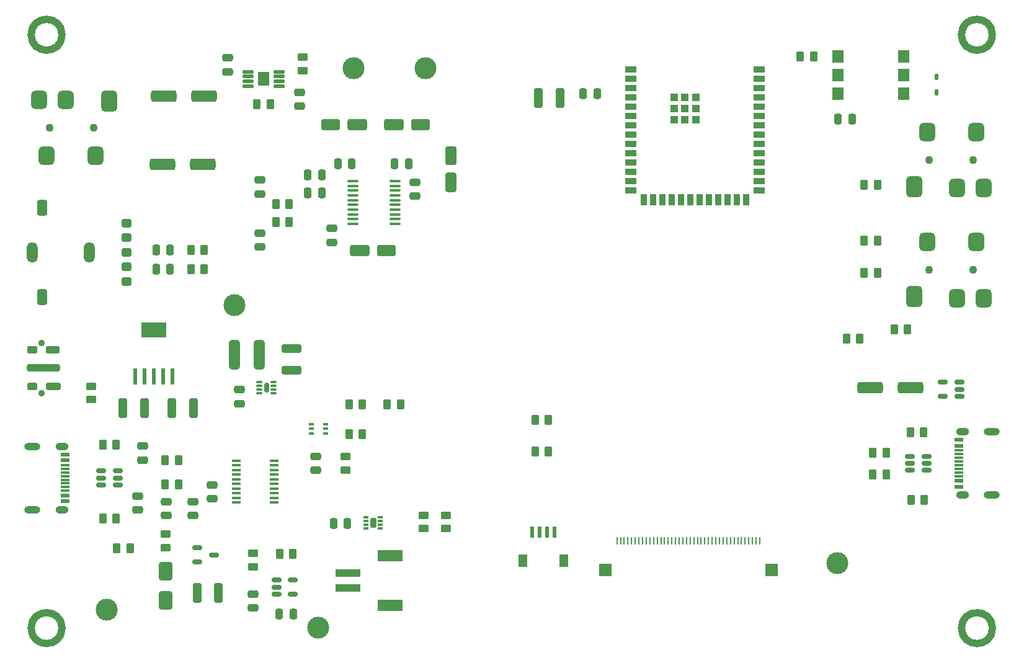
<source format=gts>
G04 #@! TF.GenerationSoftware,KiCad,Pcbnew,7.0.6*
G04 #@! TF.CreationDate,2023-09-04T15:44:28-07:00*
G04 #@! TF.ProjectId,tulipcc,74756c69-7063-4632-9e6b-696361645f70,rev?*
G04 #@! TF.SameCoordinates,Original*
G04 #@! TF.FileFunction,Soldermask,Top*
G04 #@! TF.FilePolarity,Negative*
%FSLAX46Y46*%
G04 Gerber Fmt 4.6, Leading zero omitted, Abs format (unit mm)*
G04 Created by KiCad (PCBNEW 7.0.6) date 2023-09-04 15:44:28*
%MOMM*%
%LPD*%
G01*
G04 APERTURE LIST*
G04 Aperture macros list*
%AMRoundRect*
0 Rectangle with rounded corners*
0 $1 Rounding radius*
0 $2 $3 $4 $5 $6 $7 $8 $9 X,Y pos of 4 corners*
0 Add a 4 corners polygon primitive as box body*
4,1,4,$2,$3,$4,$5,$6,$7,$8,$9,$2,$3,0*
0 Add four circle primitives for the rounded corners*
1,1,$1+$1,$2,$3*
1,1,$1+$1,$4,$5*
1,1,$1+$1,$6,$7*
1,1,$1+$1,$8,$9*
0 Add four rect primitives between the rounded corners*
20,1,$1+$1,$2,$3,$4,$5,0*
20,1,$1+$1,$4,$5,$6,$7,0*
20,1,$1+$1,$6,$7,$8,$9,0*
20,1,$1+$1,$8,$9,$2,$3,0*%
G04 Aperture macros list end*
%ADD10C,1.000000*%
%ADD11RoundRect,0.250000X0.450000X-0.262500X0.450000X0.262500X-0.450000X0.262500X-0.450000X-0.262500X0*%
%ADD12C,0.900000*%
%ADD13RoundRect,0.250000X-0.450000X0.250000X-0.450000X-0.250000X0.450000X-0.250000X0.450000X0.250000X0*%
%ADD14RoundRect,0.250000X-0.700000X0.250000X-0.700000X-0.250000X0.700000X-0.250000X0.700000X0.250000X0*%
%ADD15RoundRect,0.250000X-2.000000X0.250000X-2.000000X-0.250000X2.000000X-0.250000X2.000000X0.250000X0*%
%ADD16RoundRect,0.250000X-0.750000X0.250000X-0.750000X-0.250000X0.750000X-0.250000X0.750000X0.250000X0*%
%ADD17RoundRect,0.250000X0.250000X0.475000X-0.250000X0.475000X-0.250000X-0.475000X0.250000X-0.475000X0*%
%ADD18RoundRect,0.250000X0.475000X-0.250000X0.475000X0.250000X-0.475000X0.250000X-0.475000X-0.250000X0*%
%ADD19RoundRect,0.250000X-0.250000X-0.475000X0.250000X-0.475000X0.250000X0.475000X-0.250000X0.475000X0*%
%ADD20RoundRect,0.250000X-0.475000X0.250000X-0.475000X-0.250000X0.475000X-0.250000X0.475000X0.250000X0*%
%ADD21RoundRect,0.250000X0.262500X0.450000X-0.262500X0.450000X-0.262500X-0.450000X0.262500X-0.450000X0*%
%ADD22RoundRect,0.350000X0.350000X-0.750000X0.350000X0.750000X-0.350000X0.750000X-0.350000X-0.750000X0*%
%ADD23O,1.500000X2.800000*%
%ADD24RoundRect,0.300000X0.400000X-0.300000X0.400000X0.300000X-0.400000X0.300000X-0.400000X-0.300000X0*%
%ADD25RoundRect,0.150000X0.512500X0.150000X-0.512500X0.150000X-0.512500X-0.150000X0.512500X-0.150000X0*%
%ADD26RoundRect,0.375000X0.375000X-1.625000X0.375000X1.625000X-0.375000X1.625000X-0.375000X-1.625000X0*%
%ADD27RoundRect,0.400000X-1.350000X-0.400000X1.350000X-0.400000X1.350000X0.400000X-1.350000X0.400000X0*%
%ADD28C,3.000000*%
%ADD29RoundRect,0.250000X0.325000X1.100000X-0.325000X1.100000X-0.325000X-1.100000X0.325000X-1.100000X0*%
%ADD30RoundRect,0.550000X-0.550000X-0.900000X0.550000X-0.900000X0.550000X0.900000X-0.550000X0.900000X0*%
%ADD31RoundRect,0.550000X-0.550000X-0.700000X0.550000X-0.700000X0.550000X0.700000X-0.550000X0.700000X0*%
%ADD32C,1.100000*%
%ADD33RoundRect,0.250000X-1.100000X0.325000X-1.100000X-0.325000X1.100000X-0.325000X1.100000X0.325000X0*%
%ADD34RoundRect,0.400000X-0.900000X-0.400000X0.900000X-0.400000X0.900000X0.400000X-0.900000X0.400000X0*%
%ADD35RoundRect,0.400000X-0.950000X-0.400000X0.950000X-0.400000X0.950000X0.400000X-0.950000X0.400000X0*%
%ADD36RoundRect,0.250000X-0.325000X-1.100000X0.325000X-1.100000X0.325000X1.100000X-0.325000X1.100000X0*%
%ADD37R,1.700000X1.700000*%
%ADD38R,0.250000X1.100000*%
%ADD39RoundRect,0.250000X-0.262500X-0.450000X0.262500X-0.450000X0.262500X0.450000X-0.262500X0.450000X0*%
%ADD40RoundRect,0.125000X-0.600000X-0.125000X0.600000X-0.125000X0.600000X0.125000X-0.600000X0.125000X0*%
%ADD41R,1.570000X1.890000*%
%ADD42R,1.500000X0.900000*%
%ADD43R,0.900000X1.500000*%
%ADD44R,1.000000X1.000000*%
%ADD45RoundRect,0.150000X-0.512500X-0.150000X0.512500X-0.150000X0.512500X0.150000X-0.512500X0.150000X0*%
%ADD46R,3.500000X1.000000*%
%ADD47R,3.400000X1.500000*%
%ADD48O,2.200000X1.000000*%
%ADD49O,1.800000X1.000000*%
%ADD50R,1.240000X0.600000*%
%ADD51R,1.240000X0.300000*%
%ADD52RoundRect,0.400000X0.900000X0.400000X-0.900000X0.400000X-0.900000X-0.400000X0.900000X-0.400000X0*%
%ADD53RoundRect,0.400000X0.950000X0.400000X-0.950000X0.400000X-0.950000X-0.400000X0.950000X-0.400000X0*%
%ADD54RoundRect,0.250000X-0.450000X0.262500X-0.450000X-0.262500X0.450000X-0.262500X0.450000X0.262500X0*%
%ADD55RoundRect,0.075000X-0.325000X-0.075000X0.325000X-0.075000X0.325000X0.075000X-0.325000X0.075000X0*%
%ADD56RoundRect,0.175000X-0.175000X-0.475000X0.175000X-0.475000X0.175000X0.475000X-0.175000X0.475000X0*%
%ADD57R,0.650000X0.400000*%
%ADD58R,1.219200X1.803400*%
%ADD59R,0.609600X1.549400*%
%ADD60RoundRect,0.400000X-0.400000X0.900000X-0.400000X-0.900000X0.400000X-0.900000X0.400000X0.900000X0*%
%ADD61RoundRect,0.400000X-0.400000X0.950000X-0.400000X-0.950000X0.400000X-0.950000X0.400000X0.950000X0*%
%ADD62RoundRect,0.075000X-0.275000X-0.075000X0.275000X-0.075000X0.275000X0.075000X-0.275000X0.075000X0*%
%ADD63RoundRect,0.200000X-0.200000X-0.490000X0.200000X-0.490000X0.200000X0.490000X-0.200000X0.490000X0*%
%ADD64R,1.200000X0.400000*%
%ADD65R,1.520000X1.780000*%
%ADD66R,3.450000X2.150000*%
%ADD67R,0.600000X2.200000*%
%ADD68RoundRect,0.250000X0.650000X-1.000000X0.650000X1.000000X-0.650000X1.000000X-0.650000X-1.000000X0*%
%ADD69RoundRect,0.100000X-0.637500X-0.100000X0.637500X-0.100000X0.637500X0.100000X-0.637500X0.100000X0*%
%ADD70RoundRect,0.550000X0.550000X0.700000X-0.550000X0.700000X-0.550000X-0.700000X0.550000X-0.700000X0*%
%ADD71RoundRect,0.550000X0.550000X0.900000X-0.550000X0.900000X-0.550000X-0.900000X0.550000X-0.900000X0*%
%ADD72RoundRect,0.112500X0.112500X-0.287500X0.112500X0.287500X-0.112500X0.287500X-0.112500X-0.287500X0*%
G04 APERTURE END LIST*
D10*
X5600000Y3500000D02*
G75*
G03*
X5600000Y3500000I-2109502J0D01*
G01*
X5600000Y84500000D02*
G75*
G03*
X5600000Y84500000I-2109502J0D01*
G01*
X132600000Y84500000D02*
G75*
G03*
X132600000Y84500000I-2109502J0D01*
G01*
X132609502Y3500000D02*
G75*
G03*
X132609502Y3500000I-2109502J0D01*
G01*
D11*
X58000000Y17087500D03*
X58000000Y18912500D03*
D12*
X2800000Y42400000D03*
D13*
X1500000Y41500000D03*
X1500000Y36500000D03*
D12*
X2800000Y35600000D03*
D14*
X4350000Y41500000D03*
D15*
X3050000Y39000000D03*
D16*
X4400000Y36500000D03*
D17*
X35250000Y5400000D03*
X37150000Y5400000D03*
D18*
X28200000Y79450000D03*
X28200000Y81350000D03*
D19*
X52900000Y66900000D03*
X51000000Y66900000D03*
D17*
X78650000Y76500000D03*
X76750000Y76500000D03*
D20*
X29787500Y36037500D03*
X29787500Y34137500D03*
D21*
X72012500Y27600000D03*
X70187500Y27600000D03*
D22*
X2900000Y48700000D03*
D23*
X1500000Y54800000D03*
X9300000Y54800000D03*
D22*
X2900000Y60900000D03*
D24*
X14400000Y50800000D03*
X14400000Y52800000D03*
X14400000Y54800000D03*
X14400000Y56800000D03*
X14400000Y58800000D03*
D25*
X128137500Y35150000D03*
X128137500Y36100000D03*
X128137500Y37050000D03*
X125862500Y37050000D03*
X125862500Y35150000D03*
D26*
X29100000Y40837500D03*
X32500000Y40837500D03*
D11*
X31700000Y13712500D03*
X31700000Y11887500D03*
D21*
X25012500Y55100000D03*
X23187500Y55100000D03*
D27*
X121450000Y36300000D03*
X115950000Y36300000D03*
D18*
X23500000Y18850000D03*
X23500000Y20750000D03*
D28*
X40600000Y3600000D03*
D29*
X20625000Y33500000D03*
X23575000Y33500000D03*
D30*
X12000000Y75450000D03*
D31*
X2500000Y75650000D03*
X6100000Y75650000D03*
X10200000Y67950000D03*
X3500000Y67950000D03*
D32*
X9900000Y71800000D03*
X3900000Y71800000D03*
D33*
X36900000Y41675000D03*
X36900000Y38725000D03*
D25*
X123587500Y25050000D03*
X123587500Y26000000D03*
X123587500Y26950000D03*
X121312500Y26950000D03*
X121312500Y26000000D03*
X121312500Y25050000D03*
D28*
X55200000Y79900000D03*
D21*
X118112500Y27400000D03*
X116287500Y27400000D03*
D20*
X32600000Y57450000D03*
X32600000Y55550000D03*
D34*
X42250000Y72200000D03*
D35*
X45900000Y72200000D03*
D36*
X70625000Y75900000D03*
X73575000Y75900000D03*
D37*
X79750000Y11400000D03*
X102450000Y11400000D03*
D38*
X81350000Y15410000D03*
X81850000Y15410000D03*
X82350000Y15410000D03*
X82850000Y15410000D03*
X83350000Y15410000D03*
X83850000Y15410000D03*
X84350000Y15410000D03*
X84850000Y15410000D03*
X85350000Y15410000D03*
X85850000Y15410000D03*
X86350000Y15410000D03*
X86850000Y15410000D03*
X87350000Y15410000D03*
X87850000Y15410000D03*
X88350000Y15410000D03*
X88850000Y15410000D03*
X89350000Y15410000D03*
X89850000Y15410000D03*
X90350000Y15410000D03*
X90850000Y15410000D03*
X91350000Y15410000D03*
X91850000Y15410000D03*
X92350000Y15410000D03*
X92850000Y15410000D03*
X93350000Y15410000D03*
X93850000Y15410000D03*
X94350000Y15410000D03*
X94850000Y15410000D03*
X95350000Y15410000D03*
X95850000Y15410000D03*
X96350000Y15410000D03*
X96850000Y15410000D03*
X97350000Y15410000D03*
X97850000Y15410000D03*
X98350000Y15410000D03*
X98850000Y15410000D03*
X99350000Y15410000D03*
X99850000Y15410000D03*
X100350000Y15410000D03*
X100850000Y15410000D03*
D39*
X115087500Y64000000D03*
X116912500Y64000000D03*
D40*
X30960000Y79445000D03*
X30960000Y78795000D03*
X30960000Y78145000D03*
X30960000Y77495000D03*
X35260000Y77495000D03*
X35260000Y78145000D03*
X35260000Y78795000D03*
X35260000Y79445000D03*
D41*
X33110000Y78470000D03*
D17*
X41050000Y65400000D03*
X39150000Y65400000D03*
D42*
X83250000Y79760000D03*
X83250000Y78490000D03*
X83250000Y77220000D03*
X83250000Y75950000D03*
X83250000Y74680000D03*
X83250000Y73410000D03*
X83250000Y72140000D03*
X83250000Y70870000D03*
X83250000Y69600000D03*
X83250000Y68330000D03*
X83250000Y67060000D03*
X83250000Y65790000D03*
X83250000Y64520000D03*
X83250000Y63250000D03*
D43*
X85015000Y62000000D03*
X86285000Y62000000D03*
X87555000Y62000000D03*
X88825000Y62000000D03*
X90095000Y62000000D03*
X91365000Y62000000D03*
X92635000Y62000000D03*
X93905000Y62000000D03*
X95175000Y62000000D03*
X96445000Y62000000D03*
X97715000Y62000000D03*
X98985000Y62000000D03*
D42*
X100750000Y63250000D03*
X100750000Y64520000D03*
X100750000Y65790000D03*
X100750000Y67060000D03*
X100750000Y68330000D03*
X100750000Y69600000D03*
X100750000Y70870000D03*
X100750000Y72140000D03*
X100750000Y73410000D03*
X100750000Y74680000D03*
X100750000Y75950000D03*
X100750000Y77220000D03*
X100750000Y78490000D03*
X100750000Y79760000D03*
D44*
X89140000Y75910000D03*
X89140000Y74410000D03*
X89140000Y74410000D03*
X89140000Y72910000D03*
X90640000Y75910000D03*
X90640000Y75910000D03*
X90640000Y74410000D03*
X90640000Y72910000D03*
X92140000Y75910000D03*
X92140000Y74410000D03*
X92140000Y72910000D03*
D45*
X13202000Y24950000D03*
X13202000Y24000000D03*
X13202000Y23050000D03*
X10927000Y23050000D03*
X10927000Y24000000D03*
X10927000Y24950000D03*
D21*
X116912500Y56400000D03*
X115087500Y56400000D03*
D46*
X44650000Y11000000D03*
X44650000Y9000000D03*
D47*
X50400000Y13350000D03*
X50400000Y6650000D03*
D21*
X36612500Y61400000D03*
X34787500Y61400000D03*
D20*
X31700000Y6250000D03*
X31700000Y8150000D03*
D17*
X44550000Y17800000D03*
X42650000Y17800000D03*
D48*
X1564500Y19680000D03*
D49*
X5564500Y19680000D03*
D48*
X1564500Y28320000D03*
D49*
X5564500Y28320000D03*
D50*
X6035500Y27200000D03*
X6035500Y26400000D03*
D51*
X6035500Y25750000D03*
X6035500Y24750000D03*
X6035500Y23250000D03*
X6035500Y22250000D03*
D50*
X6035500Y21600000D03*
X6035500Y20800000D03*
X6035500Y20800000D03*
X6035500Y21600000D03*
D51*
X6035500Y22750000D03*
X6035500Y23750000D03*
X6035500Y24250000D03*
X6035500Y25250000D03*
D50*
X6035500Y26400000D03*
X6035500Y27200000D03*
D52*
X49900000Y55000000D03*
D53*
X46250000Y55000000D03*
D54*
X44300000Y26912500D03*
X44300000Y25087500D03*
D20*
X15900000Y21550000D03*
X15900000Y19650000D03*
D21*
X123212500Y30200000D03*
X121387500Y30200000D03*
D55*
X32512500Y37087500D03*
X32512500Y36587500D03*
X32512500Y36087500D03*
X32512500Y35587500D03*
X34487500Y35587500D03*
X34487500Y36087500D03*
X34487500Y36587500D03*
X34487500Y37087500D03*
D56*
X33500000Y36337500D03*
D39*
X32187500Y75000000D03*
X34012500Y75000000D03*
D27*
X24850000Y66800000D03*
X19350000Y66800000D03*
D45*
X24062500Y14450000D03*
X24062500Y12550000D03*
X26337500Y13500000D03*
D20*
X38000000Y76650000D03*
X38000000Y74750000D03*
D39*
X37112500Y13600000D03*
X35287500Y13600000D03*
D57*
X39650000Y30050000D03*
X39650000Y30700000D03*
X39650000Y31350000D03*
X41550000Y31350000D03*
X41550000Y30700000D03*
X41550000Y30050000D03*
D58*
X68503600Y12719050D03*
X74091600Y12719050D03*
D59*
X69797600Y16630650D03*
X70797601Y16630650D03*
X71797599Y16630650D03*
X72797600Y16630650D03*
D39*
X14912500Y14400000D03*
X13087500Y14400000D03*
D18*
X32600000Y62750000D03*
X32600000Y64650000D03*
D11*
X9600000Y34687500D03*
X9600000Y36512500D03*
D17*
X20350000Y55100000D03*
X18450000Y55100000D03*
D60*
X58700000Y68000000D03*
D61*
X58700000Y64350000D03*
D18*
X16587500Y28350000D03*
X16587500Y26450000D03*
D39*
X23187500Y52500000D03*
X25012500Y52500000D03*
D21*
X123312500Y21000000D03*
X121487500Y21000000D03*
D39*
X12977000Y18500000D03*
X11152000Y18500000D03*
D50*
X128029000Y22800000D03*
X128029000Y23600000D03*
D51*
X128029000Y24750000D03*
X128029000Y25750000D03*
X128029000Y26250000D03*
X128029000Y27250000D03*
D50*
X128029000Y28400000D03*
X128029000Y29200000D03*
X128029000Y29200000D03*
X128029000Y28400000D03*
D51*
X128029000Y27750000D03*
X128029000Y26750000D03*
X128029000Y25250000D03*
X128029000Y24250000D03*
D50*
X128029000Y23600000D03*
X128029000Y22800000D03*
D49*
X128500000Y21680000D03*
D48*
X132500000Y21680000D03*
D49*
X128500000Y30320000D03*
D48*
X132500000Y30320000D03*
D19*
X111550000Y73000000D03*
X113450000Y73000000D03*
D28*
X11700000Y6000000D03*
X45400000Y79900000D03*
D39*
X19687500Y23100000D03*
X21512500Y23100000D03*
D62*
X47100000Y18600000D03*
X47100000Y18100000D03*
X47100000Y17600000D03*
X47100000Y17100000D03*
X49075000Y17100000D03*
X49075000Y17600000D03*
X49075000Y18100000D03*
X49075000Y18600000D03*
D63*
X48087500Y17850000D03*
D39*
X21500000Y26400000D03*
X19675000Y26400000D03*
D54*
X38460000Y79587500D03*
X38460000Y81412500D03*
D21*
X72012500Y31900000D03*
X70187500Y31900000D03*
D20*
X53800000Y64350000D03*
X53800000Y62450000D03*
D64*
X29400000Y20642500D03*
X29400000Y21277500D03*
X29400000Y21912500D03*
X29400000Y22547500D03*
X29400000Y23182500D03*
X29400000Y23817500D03*
X29400000Y24452500D03*
X29400000Y25087500D03*
X29400000Y25722500D03*
X29400000Y26357500D03*
X34600000Y26357500D03*
X34600000Y25722500D03*
X34600000Y25087500D03*
X34600000Y24452500D03*
X34600000Y23817500D03*
X34600000Y23182500D03*
X34600000Y22547500D03*
X34600000Y21912500D03*
X34600000Y21277500D03*
X34600000Y20642500D03*
D21*
X116925000Y52000000D03*
X115100000Y52000000D03*
X108212500Y81500000D03*
X106387500Y81500000D03*
D28*
X111400000Y12400000D03*
D65*
X120500000Y76460000D03*
X120500000Y79000000D03*
X120500000Y81540000D03*
X111500000Y81540000D03*
X111500000Y79000000D03*
X111500000Y76460000D03*
D39*
X44787500Y34000000D03*
X46612500Y34000000D03*
D66*
X18100000Y44162500D03*
D67*
X20640000Y37862500D03*
X19370000Y37862500D03*
X18100000Y37862500D03*
X16830000Y37862500D03*
X15560000Y37862500D03*
D17*
X41050000Y62900000D03*
X39150000Y62900000D03*
D21*
X118112500Y24500000D03*
X116287500Y24500000D03*
D54*
X19700000Y16312500D03*
X19700000Y14487500D03*
D21*
X44787500Y30000000D03*
X46612500Y30000000D03*
D39*
X119187500Y44300000D03*
X121012500Y44300000D03*
D28*
X29100000Y47600000D03*
D36*
X24025000Y8300000D03*
X26975000Y8300000D03*
D39*
X12977000Y28500000D03*
X11152000Y28500000D03*
D68*
X19700000Y7300000D03*
X19700000Y11300000D03*
D20*
X40200000Y26950000D03*
X40200000Y25050000D03*
D18*
X19800000Y18850000D03*
X19800000Y20750000D03*
D69*
X45337500Y64525000D03*
X45337500Y63875000D03*
X45337500Y63225000D03*
X45337500Y62575000D03*
X45337500Y61925000D03*
X45337500Y61275000D03*
X45337500Y60625000D03*
X45337500Y59975000D03*
X45337500Y59325000D03*
X45337500Y58675000D03*
X51062500Y58675000D03*
X51062500Y59325000D03*
X51062500Y59975000D03*
X51062500Y60625000D03*
X51062500Y61275000D03*
X51062500Y61925000D03*
X51062500Y62575000D03*
X51062500Y63225000D03*
X51062500Y63875000D03*
X51062500Y64525000D03*
D45*
X37137500Y10050000D03*
X37137500Y8150000D03*
X34862500Y8150000D03*
X34862500Y9100000D03*
X34862500Y10050000D03*
D39*
X112687500Y43000000D03*
X114512500Y43000000D03*
D36*
X16875000Y33500000D03*
X13925000Y33500000D03*
D20*
X26100000Y21150000D03*
X26100000Y23050000D03*
X42400000Y58050000D03*
X42400000Y56150000D03*
D21*
X36612500Y58900000D03*
X34787500Y58900000D03*
D27*
X24950000Y76100000D03*
X19450000Y76100000D03*
D17*
X20350000Y52500000D03*
X18450000Y52500000D03*
D39*
X49987500Y34000000D03*
X51812500Y34000000D03*
D17*
X45150000Y66900000D03*
X43250000Y66900000D03*
D32*
X130000000Y52400000D03*
X124000000Y52400000D03*
D70*
X130400000Y56250000D03*
X123700000Y56250000D03*
X127800000Y48550000D03*
X131400000Y48550000D03*
D71*
X121900000Y48750000D03*
D54*
X55000000Y18912500D03*
X55000000Y17087500D03*
D71*
X121900000Y63750000D03*
D70*
X131400000Y63550000D03*
X127800000Y63550000D03*
X123700000Y71250000D03*
X130400000Y71250000D03*
D32*
X124000000Y67400000D03*
X130000000Y67400000D03*
D52*
X54550000Y72200000D03*
D53*
X50900000Y72200000D03*
D72*
X125000000Y76650000D03*
X125000000Y78750000D03*
M02*

</source>
